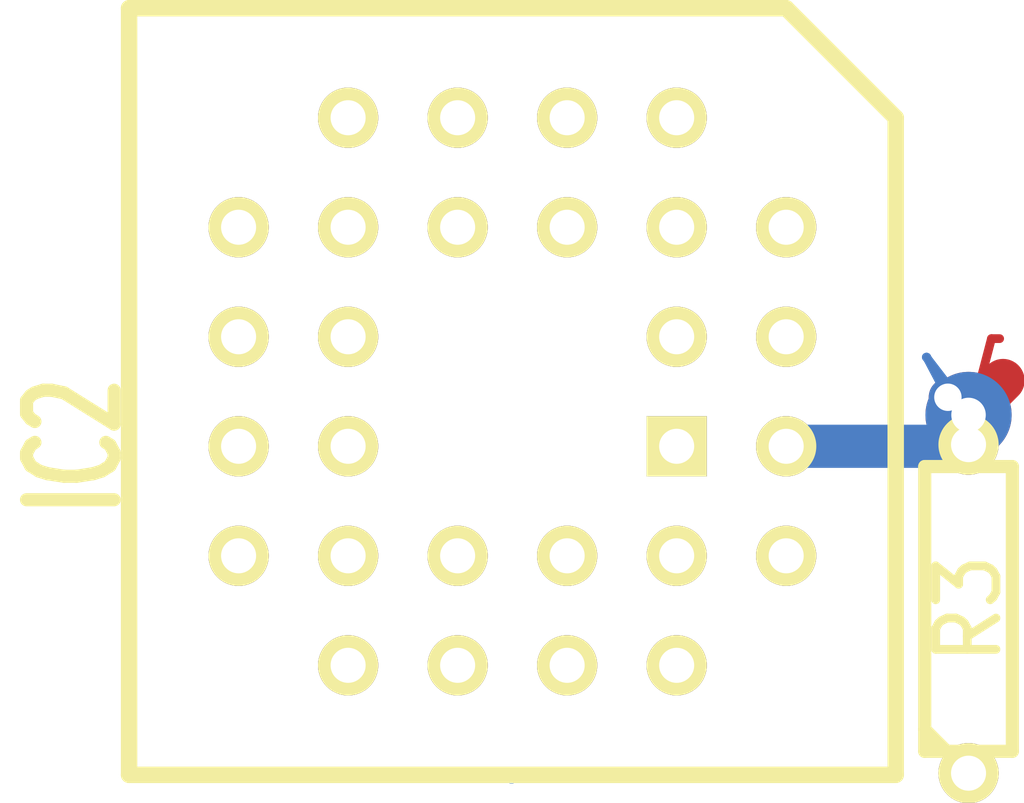
<source format=kicad_pcb>
(kicad_pcb (version 3) (host pcbnew "(2014-02-22 BZR 4714)-product")

  (general
    (links 1)
    (no_connects 0)
    (area 59.064797 54.676039 84.445324 74.3077)
    (thickness 1.6002)
    (drawings 0)
    (tracks 22)
    (zones 0)
    (modules 2)
    (nets 26)
  )

  (page A4)
  (title_block
    (date "2 dec 2010")
  )

  (layers
    (15 Front signal)
    (0 Back signal)
    (16 B.Adhes user)
    (17 F.Adhes user)
    (18 B.Paste user)
    (19 F.Paste user)
    (20 B.SilkS user)
    (21 F.SilkS user)
    (22 B.Mask user)
    (23 F.Mask user)
    (24 Dwgs.User user)
    (25 Cmts.User user)
    (26 Eco1.User user)
    (27 Eco2.User user)
    (28 Edge.Cuts user)
  )

  (setup
    (last_trace_width 0.2032)
    (user_trace_width 0.29972)
    (user_trace_width 0.50038)
    (user_trace_width 0.8001)
    (user_trace_width 1.00076)
    (user_trace_width 1.50114)
    (user_trace_width 1.99898)
    (trace_clearance 0.50038)
    (zone_clearance 0.508)
    (zone_45_only no)
    (trace_min 0.2032)
    (segment_width 0.381)
    (edge_width 0.381)
    (via_size 0.889)
    (via_drill 0.635)
    (via_min_size 0.889)
    (via_min_drill 0.508)
    (user_via 1.99898 0.8001)
    (uvia_size 0.508)
    (uvia_drill 0.127)
    (uvias_allowed no)
    (uvia_min_size 0.508)
    (uvia_min_drill 0.127)
    (pcb_text_width 0.3048)
    (pcb_text_size 1.524 2.032)
    (mod_edge_width 0.381)
    (mod_text_size 1.524 1.524)
    (mod_text_width 0.3048)
    (pad_size 1.99898 1.19888)
    (pad_drill 0.8128)
    (pad_to_mask_clearance 0.254)
    (aux_axis_origin 0 0)
    (visible_elements FFFFFF7F)
    (pcbplotparams
      (layerselection 3178497)
      (usegerberextensions true)
      (excludeedgelayer true)
      (linewidth 0.150000)
      (plotframeref false)
      (viasonmask false)
      (mode 1)
      (useauxorigin false)
      (hpglpennumber 1)
      (hpglpenspeed 20)
      (hpglpendiameter 15)
      (hpglpenoverlay 2)
      (psnegative false)
      (psa4output false)
      (plotreference true)
      (plotvalue true)
      (plotothertext true)
      (plotinvisibletext false)
      (padsonsilk false)
      (subtractmaskfromsilk false)
      (outputformat 1)
      (mirror false)
      (drillshape 1)
      (scaleselection 1)
      (outputdirectory ""))
  )

  (net 0 "")
  (net 1 /MOSI)
  (net 2 /SCK)
  (net 3 /VFD'1)
  (net 4 /VFD'2)
  (net 5 /VFD'3)
  (net 6 /VFD'4)
  (net 7 /VFD'5)
  (net 8 /VFD'6)
  (net 9 /VFD'7)
  (net 10 /VFD'8)
  (net 11 /VFD'9)
  (net 12 /VFD'_A)
  (net 13 /VFD'_B)
  (net 14 /VFD'_C)
  (net 15 /VFD'_D)
  (net 16 /VFD'_E)
  (net 17 /VFD'_F)
  (net 18 /VFD'_G)
  (net 19 /VFD'_H)
  (net 20 GND)
  (net 21 HT)
  (net 22 N-000010)
  (net 23 N-000027)
  (net 24 N-000047)
  (net 25 N-000075)

  (net_class Default "This is the default net class."
    (clearance 0.50038)
    (trace_width 0.2032)
    (via_dia 0.889)
    (via_drill 0.635)
    (uvia_dia 0.508)
    (uvia_drill 0.127)
    (add_net "")
    (add_net /MOSI)
    (add_net /SCK)
    (add_net /VFD'1)
    (add_net /VFD'2)
    (add_net /VFD'3)
    (add_net /VFD'4)
    (add_net /VFD'5)
    (add_net /VFD'6)
    (add_net /VFD'7)
    (add_net /VFD'8)
    (add_net /VFD'9)
    (add_net /VFD'_A)
    (add_net /VFD'_B)
    (add_net /VFD'_C)
    (add_net /VFD'_D)
    (add_net /VFD'_E)
    (add_net /VFD'_F)
    (add_net /VFD'_G)
    (add_net /VFD'_H)
    (add_net GND)
    (add_net HT)
    (add_net N-000010)
    (add_net N-000027)
    (add_net N-000047)
    (add_net N-000075)
  )

  (module PLCC28 locked (layer Front) (tedit 200000) (tstamp 4CE3B3A0)
    (at 71.41972 64.25692 270)
    (descr "Support Plcc 28 pins, pads ronds")
    (tags PLCC)
    (path /4CC4D58E)
    (fp_text reference IC2 (at 1.27 10.16 270) (layer F.SilkS)
      (effects (font (size 2.032 1.27) (thickness 0.3048)))
    )
    (fp_text value MAX6921 (at 0 0 270) (layer F.SilkS) hide
      (effects (font (size 2.032 1.27) (thickness 0.3048)))
    )
    (fp_line (start -6.35 -8.89) (end -8.89 -6.35) (layer F.SilkS) (width 0.381))
    (fp_line (start -8.89 -6.35) (end -8.89 8.89) (layer F.SilkS) (width 0.381))
    (fp_line (start -8.89 8.89) (end 8.89 8.89) (layer F.SilkS) (width 0.381))
    (fp_line (start 8.89 8.89) (end 8.89 -8.89) (layer F.SilkS) (width 0.381))
    (fp_line (start 8.89 -8.89) (end -6.35 -8.89) (layer F.SilkS) (width 0.381))
    (pad 1 thru_hole rect (at 1.27 -3.81 270) (size 1.397 1.397) (drill 0.8128) (layers *.Cu *.Mask F.SilkS)
      (net 21 HT))
    (pad 2 thru_hole circle (at -1.27 -6.35 270) (size 1.397 1.397) (drill 0.8128) (layers *.Cu *.Mask F.SilkS))
    (pad 3 thru_hole circle (at -1.27 -3.81 270) (size 1.397 1.397) (drill 0.8128) (layers *.Cu *.Mask F.SilkS)
      (net 12 /VFD'_A))
    (pad 4 thru_hole circle (at -3.81 -6.35 270) (size 1.397 1.397) (drill 0.8128) (layers *.Cu *.Mask F.SilkS)
      (net 17 /VFD'_F))
    (pad 5 thru_hole circle (at -6.35 -3.81 270) (size 1.397 1.397) (drill 0.8128) (layers *.Cu *.Mask F.SilkS)
      (net 13 /VFD'_B))
    (pad 6 thru_hole circle (at -3.81 -3.81 270) (size 1.397 1.397) (drill 0.8128) (layers *.Cu *.Mask F.SilkS)
      (net 18 /VFD'_G))
    (pad 7 thru_hole circle (at -6.35 -1.27 270) (size 1.397 1.397) (drill 0.8128) (layers *.Cu *.Mask F.SilkS)
      (net 16 /VFD'_E))
    (pad 8 thru_hole circle (at -3.81 -1.27 270) (size 1.397 1.397) (drill 0.8128) (layers *.Cu *.Mask F.SilkS)
      (net 14 /VFD'_C))
    (pad 9 thru_hole circle (at -6.35 1.27 270) (size 1.397 1.397) (drill 0.8128) (layers *.Cu *.Mask F.SilkS)
      (net 15 /VFD'_D))
    (pad 10 thru_hole circle (at -3.81 1.27 270) (size 1.397 1.397) (drill 0.8128) (layers *.Cu *.Mask F.SilkS)
      (net 4 /VFD'2))
    (pad 11 thru_hole circle (at -6.35 3.81 270) (size 1.397 1.397) (drill 0.8128) (layers *.Cu *.Mask F.SilkS)
      (net 19 /VFD'_H))
    (pad 12 thru_hole circle (at -3.81 6.35 270) (size 1.397 1.397) (drill 0.8128) (layers *.Cu *.Mask F.SilkS)
      (net 6 /VFD'4))
    (pad 13 thru_hole circle (at -3.81 3.81 270) (size 1.397 1.397) (drill 0.8128) (layers *.Cu *.Mask F.SilkS)
      (net 24 N-000047))
    (pad 14 thru_hole circle (at -1.27 6.35 270) (size 1.397 1.397) (drill 0.8128) (layers *.Cu *.Mask F.SilkS)
      (net 20 GND))
    (pad 15 thru_hole circle (at -1.27 3.81 270) (size 1.397 1.397) (drill 0.8128) (layers *.Cu *.Mask F.SilkS)
      (net 2 /SCK))
    (pad 16 thru_hole circle (at 1.27 6.35 270) (size 1.397 1.397) (drill 0.8128) (layers *.Cu *.Mask F.SilkS)
      (net 22 N-000010))
    (pad 17 thru_hole circle (at 1.27 3.81 270) (size 1.397 1.397) (drill 0.8128) (layers *.Cu *.Mask F.SilkS)
      (net 8 /VFD'6))
    (pad 18 thru_hole circle (at 3.81 6.35 270) (size 1.397 1.397) (drill 0.8128) (layers *.Cu *.Mask F.SilkS)
      (net 9 /VFD'7))
    (pad 19 thru_hole circle (at 6.35 3.81 270) (size 1.397 1.397) (drill 0.8128) (layers *.Cu *.Mask F.SilkS)
      (net 10 /VFD'8))
    (pad 20 thru_hole circle (at 3.81 3.81 270) (size 1.397 1.397) (drill 0.8128) (layers *.Cu *.Mask F.SilkS)
      (net 7 /VFD'5))
    (pad 21 thru_hole circle (at 6.35 1.27 270) (size 1.397 1.397) (drill 0.8128) (layers *.Cu *.Mask F.SilkS)
      (net 5 /VFD'3))
    (pad 22 thru_hole circle (at 3.81 1.27 270) (size 1.397 1.397) (drill 0.8128) (layers *.Cu *.Mask F.SilkS)
      (net 3 /VFD'1))
    (pad 23 thru_hole circle (at 6.35 -1.27 270) (size 1.397 1.397) (drill 0.8128) (layers *.Cu *.Mask F.SilkS)
      (net 11 /VFD'9))
    (pad 24 thru_hole circle (at 3.81 -1.27 270) (size 1.397 1.397) (drill 0.8128) (layers *.Cu *.Mask F.SilkS))
    (pad 25 thru_hole circle (at 6.35 -3.81 270) (size 1.397 1.397) (drill 0.8128) (layers *.Cu *.Mask F.SilkS))
    (pad 26 thru_hole circle (at 3.81 -6.35 270) (size 1.397 1.397) (drill 0.8128) (layers *.Cu *.Mask F.SilkS))
    (pad 27 thru_hole circle (at 3.81 -3.81 270) (size 1.397 1.397) (drill 0.8128) (layers *.Cu *.Mask F.SilkS)
      (net 1 /MOSI))
    (pad 28 thru_hole circle (at 1.27 -6.35 270) (size 1.397 1.397) (drill 0.8128) (layers *.Cu *.Mask F.SilkS)
      (net 25 N-000075))
  )

  (module R3 (layer Front) (tedit 200000) (tstamp 4CC4F9EF)
    (at 81.99882 69.29882 90)
    (descr "Resitance 3 pas")
    (tags R)
    (path /4CC4DA0E)
    (autoplace_cost180 10)
    (fp_text reference R3 (at 0 0 90) (layer F.SilkS)
      (effects (font (size 1.397 1.27) (thickness 0.2032)))
    )
    (fp_text value 22R (at 0 0 90) (layer F.SilkS) hide
      (effects (font (size 1.397 1.27) (thickness 0.2032)))
    )
    (fp_line (start -3.81 0) (end -3.302 0) (layer F.SilkS) (width 0.3048))
    (fp_line (start 3.81 0) (end 3.302 0) (layer F.SilkS) (width 0.3048))
    (fp_line (start 3.302 0) (end 3.302 -1.016) (layer F.SilkS) (width 0.3048))
    (fp_line (start 3.302 -1.016) (end -3.302 -1.016) (layer F.SilkS) (width 0.3048))
    (fp_line (start -3.302 -1.016) (end -3.302 1.016) (layer F.SilkS) (width 0.3048))
    (fp_line (start -3.302 1.016) (end 3.302 1.016) (layer F.SilkS) (width 0.3048))
    (fp_line (start 3.302 1.016) (end 3.302 0) (layer F.SilkS) (width 0.3048))
    (fp_line (start -3.302 -0.508) (end -2.794 -1.016) (layer F.SilkS) (width 0.3048))
    (pad 1 thru_hole circle (at -3.81 0 90) (size 1.397 1.397) (drill 0.8128) (layers *.Cu *.Mask F.SilkS)
      (net 23 N-000027))
    (pad 2 thru_hole circle (at 3.81 0 90) (size 1.397 1.397) (drill 0.8128) (layers *.Cu *.Mask F.SilkS)
      (net 25 N-000075))
    (model discret/resistor.wrl
      (at (xyz 0 0 0))
      (scale (xyz 0.3 0.3 0.3))
      (rotate (xyz 0 0 0))
    )
  )

  (segment (start 71.3994 73.19772) (end 71.3994 73.19772) (width 0.29972) (layer Back) (net 0))
  (segment (start 71.3994 73.19772) (end 71.3994 73.19772) (width 0.29972) (layer Back) (net 0))
  (segment (start 72.68972 60.44692) (end 72.75068 60.44692) (width 0.29972) (layer Back) (net 14) (status 800))
  (segment (start 77.76972 60.44692) (end 77.8256 60.44692) (width 0.29972) (layer Back) (net 17) (status 800))
  (segment (start 75.22972 60.44692) (end 75.22972 60.29198) (width 0.29972) (layer Back) (net 18) (status 800))
  (segment (start 68.04914 60.44692) (end 67.60972 60.44692) (width 0.29972) (layer Back) (net 24) (status 400))
  (segment (start 81.02 63.46) (end 81.95 64.67) (width 0.2032) (layer Back) (net 25))
  (segment (start 81.59038 64.46038) (end 81.52 64.39) (width 0.2032) (layer Front) (net 25) (tstamp 530A8E3E))
  (via (at 81.52 64.39) (size 0.889) (layers Front Back) (net 25))
  (segment (start 81.52 64.39) (end 81.03 63.46) (width 0.2032) (layer Back) (net 25) (tstamp 530A8E41))
  (segment (start 81.03 63.46) (end 81.02 63.46) (width 0.2032) (layer Back) (net 25) (tstamp 530A8E42))
  (segment (start 82.79892 64.00038) (end 81.59038 64.46038) (width 0.2032) (layer Front) (net 25))
  (segment (start 82.53 63.03) (end 82.72 63.03) (width 0.2032) (layer Front) (net 25) (tstamp 530A8E5C))
  (segment (start 82.07 64.79) (end 82.53 63.03) (width 0.2032) (layer Front) (net 25) (tstamp 530A8E5B))
  (via (at 82.07 64.79) (size 0.889) (layers Front Back) (net 25))
  (segment (start 81.95 64.67) (end 82.07 64.79) (width 0.2032) (layer Back) (net 25) (tstamp 530A8E52))
  (segment (start 82.79892 64.00038) (end 82.79892 64.01892) (width 0.2032) (layer Front) (net 25))
  (via (at 81.99882 64.80048) (size 1.99898) (drill 0.8001) (layers Front Back) (net 25) (status C00))
  (segment (start 81.99882 64.80048) (end 82.79892 64.00038) (width 1.00076) (layer Front) (net 25) (status 800))
  (segment (start 81.99882 65.48882) (end 81.99882 64.80048) (width 1.00076) (layer Back) (net 25) (status C00))
  (segment (start 77.76972 65.52692) (end 81.96072 65.52692) (width 1.00076) (layer Back) (net 25) (status C00))
  (segment (start 81.96072 65.52692) (end 81.99882 65.48882) (width 1.00076) (layer Back) (net 25) (status C00))

  (zone (net 20) (net_name GND) (layer Back) (tstamp 4CCA6F94) (hatch full 0.508)
    (connect_pads (clearance 0.508))
    (min_thickness 0.254)
    (fill (mode segment) (arc_segments 32) (thermal_gap 0.508) (thermal_bridge_width 0.508))
    (polygon
      (pts
        (xy 74.99858 60.9981) (xy 67.29984 60.9981) (xy 67.29984 67.9958) (xy 74.99858 67.9958)
      )
    )
  )
)

</source>
